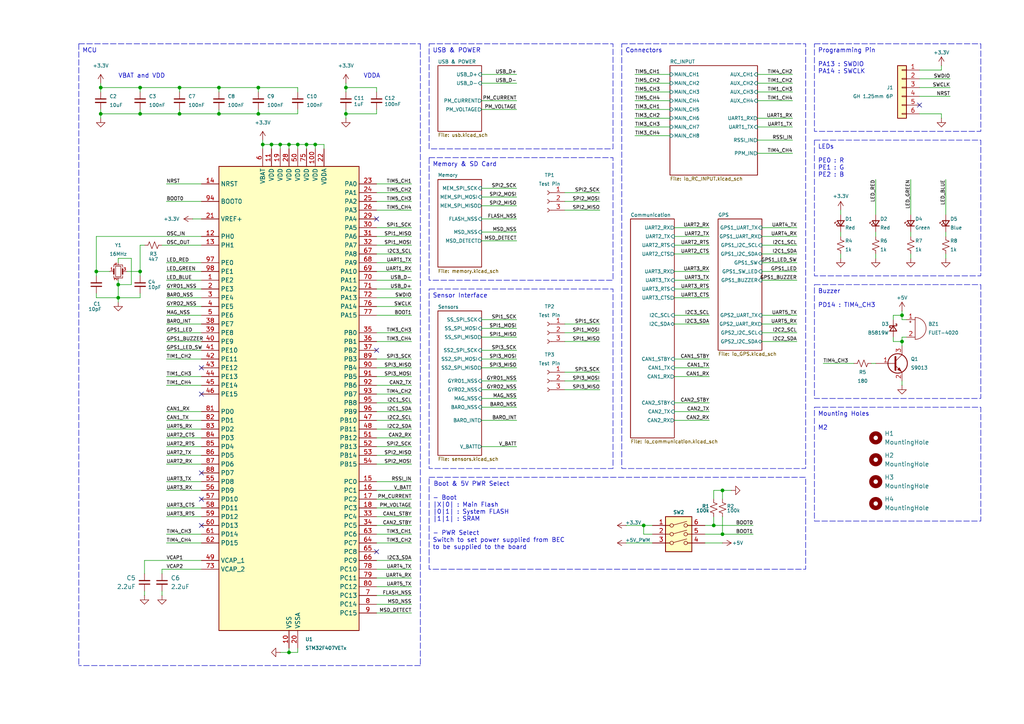
<source format=kicad_sch>
(kicad_sch (version 20231120) (generator "eeschema") (generator_version "8.0")
  (paper "A4")
  (title_block (title "STM32 Flight Controller") (date "2025-01-03") (rev "A") (company "NARAE") (comment 1 "INHA Univ. Areo-modelling Club") (comment 2 "2024 Winter UAV Project "))
  (junction (at 207.01 152.4))
  (junction (at 83.82 41.91))
  (junction (at 34.29 86.36))
  (junction (at 86.36 41.91))
  (junction (at 63.5 33.02))
  (junction (at 29.21 25.4))
  (junction (at 52.07 25.4))
  (junction (at 186.69 152.4))
  (junction (at 63.5 25.4))
  (junction (at 88.9 41.91))
  (junction (at 40.64 78.74))
  (junction (at 261.62 99.06))
  (junction (at 27.94 78.74))
  (junction (at 83.82 189.23))
  (junction (at 209.55 154.94))
  (junction (at 81.28 41.91))
  (junction (at 78.74 41.91))
  (junction (at 100.33 25.4))
  (junction (at 261.62 91.44))
  (junction (at 74.93 25.4))
  (junction (at 40.64 33.02))
  (junction (at 34.29 82.55))
  (junction (at 76.2 41.91))
  (junction (at 29.21 33.02))
  (junction (at 209.55 142.24))
  (junction (at 74.93 33.02))
  (junction (at 40.64 25.4))
  (junction (at 100.33 33.02))
  (junction (at 91.44 41.91))
  (junction (at 52.07 33.02))
  (no_connect (at 109.22 101.6))
  (no_connect (at 58.42 114.3))
  (no_connect (at 109.22 160.02))
  (no_connect (at 58.42 137.16))
  (no_connect (at 266.7 30.48))
  (no_connect (at 109.22 63.5))
  (no_connect (at 58.42 106.68))
  (no_connect (at 58.42 144.78))
  (no_connect (at 58.42 152.4))
  (wire (pts (xy 48.26 139.7) (xy 58.42 139.7)))
  (wire (pts (xy 275.59 27.94) (xy 266.7 27.94)))
  (wire (pts (xy 100.33 33.02) (xy 100.33 34.29)))
  (wire (pts (xy 194.31 31.75) (xy 184.15 31.75)))
  (wire (pts (xy 204.47 152.4) (xy 207.01 152.4)))
  (wire (pts (xy 139.7 106.68) (xy 149.86 106.68)))
  (wire (pts (xy 109.22 142.24) (xy 119.38 142.24)))
  (wire (pts (xy 220.98 73.66) (xy 231.14 73.66)))
  (wire (pts (xy 34.29 74.93) (xy 34.29 76.2)))
  (wire (pts (xy 194.31 24.13) (xy 184.15 24.13)))
  (wire (pts (xy 195.58 91.44) (xy 205.74 91.44)))
  (wire (pts (xy 194.31 21.59) (xy 184.15 21.59)))
  (wire (pts (xy 41.91 171.45) (xy 41.91 172.72)))
  (wire (pts (xy 40.64 31.75) (xy 40.64 33.02)))
  (wire (pts (xy 163.83 60.96) (xy 173.99 60.96)))
  (wire (pts (xy 91.44 41.91) (xy 91.44 43.18)))
  (wire (pts (xy 48.26 154.94) (xy 58.42 154.94)))
  (wire (pts (xy 195.58 104.14) (xy 205.74 104.14)))
  (wire (pts (xy 273.05 19.05) (xy 273.05 20.32)))
  (wire (pts (xy 163.83 107.95) (xy 173.99 107.95)))
  (wire (pts (xy 229.87 44.45) (xy 219.71 44.45)))
  (wire (pts (xy 139.7 69.85) (xy 149.86 69.85)))
  (wire (pts (xy 261.62 97.79) (xy 261.62 99.06)))
  (wire (pts (xy 195.58 106.68) (xy 205.74 106.68)))
  (wire (pts (xy 93.98 43.18) (xy 93.98 41.91)))
  (wire (pts (xy 195.58 119.38) (xy 205.74 119.38)))
  (wire (pts (xy 204.47 157.48) (xy 209.55 157.48)))
  (wire (pts (xy 109.22 154.94) (xy 119.38 154.94)))
  (wire (pts (xy 220.98 71.12) (xy 231.14 71.12)))
  (wire (pts (xy 209.55 149.86) (xy 209.55 154.94)))
  (wire (pts (xy 163.83 110.49) (xy 173.99 110.49)))
  (wire (pts (xy 58.42 119.38) (xy 48.26 119.38)))
  (wire (pts (xy 40.64 85.09) (xy 40.64 86.36)))
  (wire (pts (xy 262.89 92.71) (xy 261.62 92.71)))
  (wire (pts (xy 109.22 76.2) (xy 119.38 76.2)))
  (wire (pts (xy 109.22 162.56) (xy 119.38 162.56)))
  (wire (pts (xy 266.7 33.02) (xy 273.05 33.02)))
  (wire (pts (xy 76.2 41.91) (xy 76.2 43.18)))
  (wire (pts (xy 139.7 59.69) (xy 149.86 59.69)))
  (wire (pts (xy 48.26 149.86) (xy 58.42 149.86)))
  (wire (pts (xy 48.26 157.48) (xy 58.42 157.48)))
  (wire (pts (xy 243.84 60.96) (xy 243.84 62.23)))
  (wire (pts (xy 139.7 129.54) (xy 149.86 129.54)))
  (wire (pts (xy 58.42 104.14) (xy 48.26 104.14)))
  (wire (pts (xy 109.22 165.1) (xy 119.38 165.1)))
  (wire (pts (xy 220.98 78.74) (xy 231.14 78.74)))
  (wire (pts (xy 52.07 25.4) (xy 63.5 25.4)))
  (wire (pts (xy 109.22 149.86) (xy 119.38 149.86)))
  (wire (pts (xy 58.42 111.76) (xy 48.26 111.76)))
  (wire (pts (xy 36.83 78.74) (xy 40.64 78.74)))
  (wire (pts (xy 29.21 26.67) (xy 29.21 25.4)))
  (wire (pts (xy 86.36 31.75) (xy 86.36 33.02)))
  (wire (pts (xy 109.22 129.54) (xy 119.38 129.54)))
  (wire (pts (xy 207.01 152.4) (xy 218.44 152.4)))
  (wire (pts (xy 29.21 24.13) (xy 29.21 25.4)))
  (wire (pts (xy 48.26 99.06) (xy 58.42 99.06)))
  (wire (pts (xy 46.99 71.12) (xy 58.42 71.12)))
  (wire (pts (xy 139.7 63.5) (xy 149.86 63.5)))
  (wire (pts (xy 220.98 81.28) (xy 231.14 81.28)))
  (wire (pts (xy 52.07 33.02) (xy 40.64 33.02)))
  (wire (pts (xy 100.33 25.4) (xy 109.22 25.4)))
  (wire (pts (xy 63.5 25.4) (xy 63.5 26.67)))
  (wire (pts (xy 58.42 88.9) (xy 48.26 88.9)))
  (wire (pts (xy 109.22 132.08) (xy 119.38 132.08)))
  (wire (pts (xy 139.7 31.75) (xy 149.86 31.75)))
  (wire (pts (xy 259.08 91.44) (xy 261.62 91.44)))
  (wire (pts (xy 41.91 162.56) (xy 58.42 162.56)))
  (wire (pts (xy 34.29 81.28) (xy 34.29 82.55)))
  (wire (pts (xy 83.82 41.91) (xy 83.82 43.18)))
  (wire (pts (xy 209.55 154.94) (xy 218.44 154.94)))
  (wire (pts (xy 139.7 121.92) (xy 149.86 121.92)))
  (wire (pts (xy 163.83 55.88) (xy 173.99 55.88)))
  (wire (pts (xy 139.7 97.79) (xy 149.86 97.79)))
  (wire (pts (xy 139.7 118.11) (xy 149.86 118.11)))
  (wire (pts (xy 139.7 24.13) (xy 149.86 24.13)))
  (wire (pts (xy 109.22 177.8) (xy 119.38 177.8)))
  (wire (pts (xy 252.73 105.41) (xy 254 105.41)))
  (wire (pts (xy 220.98 99.06) (xy 231.14 99.06)))
  (wire (pts (xy 109.22 60.96) (xy 119.38 60.96)))
  (wire (pts (xy 34.29 86.36) (xy 40.64 86.36)))
  (wire (pts (xy 261.62 110.49) (xy 261.62 111.76)))
  (wire (pts (xy 274.32 73.66) (xy 274.32 74.93)))
  (wire (pts (xy 109.22 104.14) (xy 119.38 104.14)))
  (wire (pts (xy 109.22 26.67) (xy 109.22 25.4)))
  (wire (pts (xy 205.74 78.74) (xy 195.58 78.74)))
  (wire (pts (xy 109.22 66.04) (xy 119.38 66.04)))
  (wire (pts (xy 81.28 41.91) (xy 81.28 43.18)))
  (wire (pts (xy 88.9 41.91) (xy 86.36 41.91)))
  (wire (pts (xy 259.08 99.06) (xy 261.62 99.06)))
  (wire (pts (xy 34.29 82.55) (xy 34.29 86.36)))
  (wire (pts (xy 181.61 152.4) (xy 186.69 152.4)))
  (wire (pts (xy 109.22 152.4) (xy 119.38 152.4)))
  (wire (pts (xy 207.01 144.78) (xy 207.01 142.24)))
  (wire (pts (xy 139.7 57.15) (xy 149.86 57.15)))
  (wire (pts (xy 139.7 113.03) (xy 149.86 113.03)))
  (wire (pts (xy 40.64 71.12) (xy 40.64 78.74)))
  (wire (pts (xy 48.26 134.62) (xy 58.42 134.62)))
  (wire (pts (xy 86.36 41.91) (xy 86.36 43.18)))
  (wire (pts (xy 205.74 81.28) (xy 195.58 81.28)))
  (wire (pts (xy 27.94 78.74) (xy 27.94 80.01)))
  (wire (pts (xy 83.82 187.96) (xy 83.82 189.23)))
  (wire (pts (xy 189.23 154.94) (xy 186.69 154.94)))
  (wire (pts (xy 40.64 78.74) (xy 40.64 80.01)))
  (wire (pts (xy 48.26 127) (xy 58.42 127)))
  (wire (pts (xy 254 67.31) (xy 254 68.58)))
  (wire (pts (xy 261.62 90.17) (xy 261.62 91.44)))
  (wire (pts (xy 109.22 83.82) (xy 119.38 83.82)))
  (wire (pts (xy 219.71 34.29) (xy 229.87 34.29)))
  (wire (pts (xy 83.82 41.91) (xy 81.28 41.91)))
  (wire (pts (xy 81.28 189.23) (xy 83.82 189.23)))
  (wire (pts (xy 109.22 106.68) (xy 119.38 106.68)))
  (wire (pts (xy 109.22 71.12) (xy 119.38 71.12)))
  (wire (pts (xy 109.22 86.36) (xy 119.38 86.36)))
  (wire (pts (xy 220.98 76.2) (xy 231.14 76.2)))
  (wire (pts (xy 52.07 31.75) (xy 52.07 33.02)))
  (wire (pts (xy 262.89 97.79) (xy 261.62 97.79)))
  (wire (pts (xy 264.16 73.66) (xy 264.16 74.93)))
  (wire (pts (xy 139.7 110.49) (xy 149.86 110.49)))
  (wire (pts (xy 195.58 116.84) (xy 205.74 116.84)))
  (wire (pts (xy 109.22 81.28) (xy 119.38 81.28)))
  (wire (pts (xy 261.62 99.06) (xy 261.62 100.33)))
  (wire (pts (xy 58.42 83.82) (xy 48.26 83.82)))
  (wire (pts (xy 273.05 33.02) (xy 273.05 34.29)))
  (wire (pts (xy 76.2 40.64) (xy 76.2 41.91)))
  (wire (pts (xy 264.16 67.31) (xy 264.16 68.58)))
  (wire (pts (xy 100.33 31.75) (xy 100.33 33.02)))
  (wire (pts (xy 58.42 124.46) (xy 48.26 124.46)))
  (wire (pts (xy 209.55 142.24) (xy 209.55 144.78)))
  (wire (pts (xy 109.22 170.18) (xy 119.38 170.18)))
  (wire (pts (xy 219.71 29.21) (xy 229.87 29.21)))
  (wire (pts (xy 275.59 25.4) (xy 266.7 25.4)))
  (wire (pts (xy 58.42 165.1) (xy 46.99 165.1)))
  (polyline (pts (xy 22.86 12.7) (xy 121.92 12.7)) (stroke (width 0) (type dash)))
  (wire (pts (xy 219.71 36.83) (xy 229.87 36.83)))
  (wire (pts (xy 220.98 93.98) (xy 231.14 93.98)))
  (wire (pts (xy 194.31 29.21) (xy 184.15 29.21)))
  (wire (pts (xy 34.29 74.93) (xy 38.1 74.93)))
  (wire (pts (xy 181.61 157.48) (xy 189.23 157.48)))
  (wire (pts (xy 27.94 78.74) (xy 31.75 78.74)))
  (wire (pts (xy 63.5 25.4) (xy 74.93 25.4)))
  (wire (pts (xy 100.33 24.13) (xy 100.33 25.4)))
  (wire (pts (xy 139.7 29.21) (xy 149.86 29.21)))
  (wire (pts (xy 58.42 86.36) (xy 48.26 86.36)))
  (wire (pts (xy 58.42 109.22) (xy 48.26 109.22)))
  (wire (pts (xy 205.74 68.58) (xy 195.58 68.58)))
  (wire (pts (xy 58.42 91.44) (xy 48.26 91.44)))
  (wire (pts (xy 139.7 92.71) (xy 149.86 92.71)))
  (wire (pts (xy 48.26 58.42) (xy 58.42 58.42)))
  (wire (pts (xy 38.1 82.55) (xy 34.29 82.55)))
  (wire (pts (xy 109.22 68.58) (xy 119.38 68.58)))
  (wire (pts (xy 40.64 33.02) (xy 29.21 33.02)))
  (wire (pts (xy 139.7 54.61) (xy 149.86 54.61)))
  (wire (pts (xy 209.55 142.24) (xy 212.09 142.24)))
  (wire (pts (xy 109.22 91.44) (xy 119.38 91.44)))
  (wire (pts (xy 163.83 58.42) (xy 173.99 58.42)))
  (wire (pts (xy 254 52.07) (xy 254 62.23)))
  (wire (pts (xy 91.44 41.91) (xy 88.9 41.91)))
  (wire (pts (xy 86.36 26.67) (xy 86.36 25.4)))
  (wire (pts (xy 48.26 53.34) (xy 58.42 53.34)))
  (wire (pts (xy 220.98 96.52) (xy 231.14 96.52)))
  (wire (pts (xy 259.08 99.06) (xy 259.08 97.79)))
  (wire (pts (xy 58.42 78.74) (xy 48.26 78.74)))
  (wire (pts (xy 207.01 142.24) (xy 209.55 142.24)))
  (wire (pts (xy 48.26 101.6) (xy 58.42 101.6)))
  (wire (pts (xy 27.94 68.58) (xy 27.94 78.74)))
  (wire (pts (xy 109.22 157.48) (xy 119.38 157.48)))
  (wire (pts (xy 74.93 33.02) (xy 63.5 33.02)))
  (wire (pts (xy 139.7 95.25) (xy 149.86 95.25)))
  (wire (pts (xy 40.64 25.4) (xy 52.07 25.4)))
  (wire (pts (xy 274.32 52.07) (xy 274.32 62.23)))
  (wire (pts (xy 220.98 68.58) (xy 231.14 68.58)))
  (wire (pts (xy 109.22 172.72) (xy 119.38 172.72)))
  (wire (pts (xy 207.01 149.86) (xy 207.01 152.4)))
  (wire (pts (xy 109.22 124.46) (xy 119.38 124.46)))
  (wire (pts (xy 109.22 96.52) (xy 119.38 96.52)))
  (wire (pts (xy 220.98 91.44) (xy 231.14 91.44)))
  (wire (pts (xy 86.36 41.91) (xy 83.82 41.91)))
  (wire (pts (xy 243.84 67.31) (xy 243.84 68.58)))
  (wire (pts (xy 29.21 25.4) (xy 40.64 25.4)))
  (wire (pts (xy 58.42 76.2) (xy 48.26 76.2)))
  (wire (pts (xy 205.74 86.36) (xy 195.58 86.36)))
  (wire (pts (xy 48.26 129.54) (xy 58.42 129.54)))
  (wire (pts (xy 109.22 99.06) (xy 119.38 99.06)))
  (wire (pts (xy 48.26 96.52) (xy 58.42 96.52)))
  (wire (pts (xy 243.84 73.66) (xy 243.84 74.93)))
  (wire (pts (xy 139.7 67.31) (xy 149.86 67.31)))
  (wire (pts (xy 109.22 78.74) (xy 119.38 78.74)))
  (wire (pts (xy 58.42 93.98) (xy 48.26 93.98)))
  (wire (pts (xy 100.33 25.4) (xy 100.33 26.67)))
  (wire (pts (xy 109.22 55.88) (xy 119.38 55.88)))
  (wire (pts (xy 109.22 139.7) (xy 119.38 139.7)))
  (wire (pts (xy 194.31 34.29) (xy 184.15 34.29)))
  (wire (pts (xy 109.22 111.76) (xy 119.38 111.76)))
  (wire (pts (xy 275.59 22.86) (xy 266.7 22.86)))
  (wire (pts (xy 205.74 83.82) (xy 195.58 83.82)))
  (wire (pts (xy 78.74 41.91) (xy 76.2 41.91)))
  (wire (pts (xy 163.83 96.52) (xy 173.99 96.52)))
  (wire (pts (xy 163.83 93.98) (xy 173.99 93.98)))
  (wire (pts (xy 109.22 88.9) (xy 119.38 88.9)))
  (wire (pts (xy 86.36 187.96) (xy 86.36 189.23)))
  (wire (pts (xy 48.26 142.24) (xy 58.42 142.24)))
  (wire (pts (xy 274.32 67.31) (xy 274.32 68.58)))
  (wire (pts (xy 29.21 33.02) (xy 29.21 31.75)))
  (wire (pts (xy 186.69 152.4) (xy 186.69 154.94)))
  (wire (pts (xy 261.62 91.44) (xy 261.62 92.71)))
  (wire (pts (xy 220.98 66.04) (xy 231.14 66.04)))
  (wire (pts (xy 186.69 152.4) (xy 189.23 152.4)))
  (wire (pts (xy 109.22 31.75) (xy 109.22 33.02)))
  (wire (pts (xy 109.22 175.26) (xy 119.38 175.26)))
  (polyline (pts (xy 121.92 12.7) (xy 121.92 193.04)) (stroke (width 0) (type dash)))
  (wire (pts (xy 58.42 81.28) (xy 48.26 81.28)))
  (wire (pts (xy 48.26 147.32) (xy 58.42 147.32)))
  (wire (pts (xy 205.74 66.04) (xy 195.58 66.04)))
  (wire (pts (xy 109.22 127) (xy 119.38 127)))
  (wire (pts (xy 194.31 39.37) (xy 184.15 39.37)))
  (wire (pts (xy 139.7 101.6) (xy 149.86 101.6)))
  (wire (pts (xy 40.64 25.4) (xy 40.64 26.67)))
  (wire (pts (xy 109.22 121.92) (xy 119.38 121.92)))
  (wire (pts (xy 163.83 99.06) (xy 173.99 99.06)))
  (wire (pts (xy 74.93 25.4) (xy 86.36 25.4)))
  (wire (pts (xy 163.83 113.03) (xy 173.99 113.03)))
  (wire (pts (xy 81.28 41.91) (xy 78.74 41.91)))
  (wire (pts (xy 83.82 189.23) (xy 86.36 189.23)))
  (wire (pts (xy 52.07 25.4) (xy 52.07 26.67)))
  (wire (pts (xy 38.1 74.93) (xy 38.1 82.55)))
  (wire (pts (xy 46.99 165.1) (xy 46.99 166.37)))
  (wire (pts (xy 78.74 41.91) (xy 78.74 43.18)))
  (wire (pts (xy 238.76 105.41) (xy 247.65 105.41)))
  (wire (pts (xy 109.22 147.32) (xy 119.38 147.32)))
  (wire (pts (xy 41.91 166.37) (xy 41.91 162.56)))
  (wire (pts (xy 195.58 93.98) (xy 205.74 93.98)))
  (polyline (pts (xy 121.92 193.04) (xy 22.86 193.04)) (stroke (width 0) (type dash)))
  (wire (pts (xy 194.31 36.83) (xy 184.15 36.83)))
  (wire (pts (xy 205.74 73.66) (xy 195.58 73.66)))
  (wire (pts (xy 74.93 25.4) (xy 74.93 26.67)))
  (wire (pts (xy 109.22 119.38) (xy 119.38 119.38)))
  (wire (pts (xy 109.22 114.3) (xy 119.38 114.3)))
  (wire (pts (xy 100.33 33.02) (xy 109.22 33.02)))
  (wire (pts (xy 27.94 85.09) (xy 27.94 86.36)))
  (wire (pts (xy 48.26 132.08) (xy 58.42 132.08)))
  (wire (pts (xy 27.94 86.36) (xy 34.29 86.36)))
  (wire (pts (xy 29.21 33.02) (xy 29.21 34.29)))
  (wire (pts (xy 109.22 58.42) (xy 119.38 58.42)))
  (wire (pts (xy 109.22 116.84) (xy 119.38 116.84)))
  (wire (pts (xy 93.98 41.91) (xy 91.44 41.91)))
  (wire (pts (xy 63.5 31.75) (xy 63.5 33.02)))
  (wire (pts (xy 219.71 26.67) (xy 229.87 26.67)))
  (wire (pts (xy 254 73.66) (xy 254 74.93)))
  (wire (pts (xy 27.94 68.58) (xy 58.42 68.58)))
  (wire (pts (xy 63.5 33.02) (xy 52.07 33.02)))
  (wire (pts (xy 205.74 71.12) (xy 195.58 71.12)))
  (wire (pts (xy 34.29 86.36) (xy 34.29 87.63)))
  (wire (pts (xy 219.71 40.64) (xy 229.87 40.64)))
  (wire (pts (xy 139.7 104.14) (xy 149.86 104.14)))
  (wire (pts (xy 109.22 109.22) (xy 119.38 109.22)))
  (wire (pts (xy 195.58 121.92) (xy 205.74 121.92)))
  (wire (pts (xy 204.47 154.94) (xy 209.55 154.94)))
  (wire (pts (xy 40.64 71.12) (xy 41.91 71.12)))
  (wire (pts (xy 266.7 20.32) (xy 273.05 20.32)))
  (wire (pts (xy 195.58 109.22) (xy 205.74 109.22)))
  (wire (pts (xy 109.22 134.62) (xy 119.38 134.62)))
  (wire (pts (xy 259.08 92.71) (xy 259.08 91.44)))
  (wire (pts (xy 55.88 63.5) (xy 58.42 63.5)))
  (wire (pts (xy 74.93 31.75) (xy 74.93 33.02)))
  (wire (pts (xy 109.22 144.78) (xy 119.38 144.78)))
  (wire (pts (xy 109.22 167.64) (xy 119.38 167.64)))
  (wire (pts (xy 46.99 171.45) (xy 46.99 172.72)))
  (wire (pts (xy 86.36 33.02) (xy 74.93 33.02)))
  (wire (pts (xy 194.31 26.67) (xy 184.15 26.67)))
  (wire (pts (xy 264.16 52.07) (xy 264.16 62.23)))
  (wire (pts (xy 109.22 53.34) (xy 119.38 53.34)))
  (polyline (pts (xy 22.86 12.7) (xy 22.86 193.04)) (stroke (width 0) (type dash)))
  (wire (pts (xy 219.71 21.59) (xy 229.87 21.59)))
  (wire (pts (xy 139.7 21.59) (xy 149.86 21.59)))
  (wire (pts (xy 219.71 24.13) (xy 229.87 24.13)))
  (wire (pts (xy 58.42 121.92) (xy 48.26 121.92)))
  (wire (pts (xy 139.7 115.57) (xy 149.86 115.57)))
  (wire (pts (xy 109.22 73.66) (xy 119.38 73.66)))
  (wire (pts (xy 88.9 41.91) (xy 88.9 43.18)))
  (rectangle (start 124.46 83.82) (end 177.8 135.89) (stroke (width 0) (type dash)))
  (rectangle (start 180.34 12.7) (end 233.68 135.89) (stroke (width 0) (type dash)))
  (rectangle (start 124.46 45.72) (end 177.8 81.28) (stroke (width 0) (type dash)))
  (rectangle (start 236.22 12.7) (end 284.48 38.1) (stroke (width 0) (type dash)))
  (rectangle (start 124.46 138.43) (end 233.68 165.1) (stroke (width 0) (type dash)))
  (rectangle (start 236.22 118.11) (end 284.48 151.13) (stroke (width 0) (type dash)))
  (rectangle (start 236.22 40.64) (end 284.48 80.01) (stroke (width 0) (type dash)))
  (rectangle (start 236.22 82.55) (end 284.48 115.57) (stroke (width 0) (type dash)))
  (rectangle (start 124.46 12.7) (end 177.8 43.18) (stroke (width 0) (type dash)))
  (text "Connectors" (at 181.356 15.494 0) (effects (font (size 1.27 1.27)) (justify left bottom)))
  (text "PD14 : TIM4_CH3" (at 237.236 87.884 0) (effects (font (size 1.27 1.27)) (justify left top)))
  (text "Boot & 5V PWR Select" (at 125.73 141.224 0) (effects (font (size 1.27 1.27)) (justify left bottom)))
  (text "MCU" (at 23.876 15.494 0) (effects (font (size 1.27 1.27)) (justify left bottom)))
  (text "VDDA" (at 105.41 22.86 0) (effects (font (size 1.27 1.27)) (justify left bottom)))
  (text "Buzzer" (at 237.236 85.344 0) (effects (font (size 1.27 1.27)) (justify left bottom)))
  (text "- Boot  \n|X|0| : Main Flash\n|0|1| : System FLASH\n|1|1| : SRAM\n\n- PWR Select\nSwitch to set power supplied from BEC\nto be supplied to the board" (at 125.476 143.764 0) (effects (font (size 1.27 1.27)) (justify left top)))
  (text "Sensor Interface" (at 125.476 86.614 0) (effects (font (size 1.27 1.27)) (justify left bottom)))
  (text "M2" (at 237.236 123.444 0) (effects (font (size 1.27 1.27)) (justify left top)))
  (text "LEDs" (at 237.236 43.434 0) (effects (font (size 1.27 1.27)) (justify left bottom)))
  (text "Programming Pin" (at 237.236 15.494 0) (effects (font (size 1.27 1.27)) (justify left bottom)))
  (text "Memory & SD Card" (at 125.476 48.514 0) (effects (font (size 1.27 1.27)) (justify left bottom)))
  (text "USB & POWER" (at 125.476 15.494 0) (effects (font (size 1.27 1.27)) (justify left bottom)))
  (text "PE0 : R\nPE1 : G\nPE2 : B" (at 237.236 45.974 0) (effects (font (size 1.27 1.27)) (justify left top)))
  (text "PA13 : SWDIO\nPA14 : SWCLK" (at 237.236 18.034 0) (effects (font (size 1.27 1.27)) (justify left top)))
  (text "VBAT and VDD" (at 34.29 22.86 0) (effects (font (size 1.27 1.27)) (justify left bottom)))
  (text "Mounting Holes" (at 237.236 120.904 0) (effects (font (size 1.27 1.27)) (justify left bottom)))
  (label "TIM3_CH3" (at 119.38 96.52 180) (effects (font (size 1 1))))
  (label "TIM5_CH2" (at 184.15 24.13 0) (effects (font (size 1 1))))
  (label "CAN1_RX" (at 48.26 119.38 0) (effects (font (size 1 1))))
  (label "TIM1_CH3" (at 48.26 109.22 0) (effects (font (size 1 1))))
  (label "SPI2_SCK" (at 149.86 54.61 180) (effects (font (size 1 1))))
  (label "PM_VOLTAGE" (at 119.38 147.32 180) (effects (font (size 1 1))))
  (label "USB_D-" (at 119.38 81.28 180) (effects (font (size 1 1))))
  (label "UART4_RX" (at 119.38 167.64 180) (effects (font (size 1 1))))
  (label "TIM1_CH2" (at 229.87 24.13 180) (effects (font (size 1 1))))
  (label "SPI2_MISO" (at 119.38 132.08 180) (effects (font (size 1 1))))
  (label "I2C1_SCL" (at 231.14 71.12 180) (effects (font (size 1 1))))
  (label "SPI3_MOSI" (at 149.86 104.14 180) (effects (font (size 1 1))))
  (label "FLASH_NSS" (at 119.38 172.72 180) (effects (font (size 1 1))))
  (label "SWDIO" (at 275.59 22.86 180) (effects (font (size 1 1))))
  (label "I2C2_SDA" (at 231.14 99.06 180) (effects (font (size 1 1))))
  (label "BOOT0" (at 218.44 152.4 180) (effects (font (size 1 1))))
  (label "SPI3_SCK" (at 149.86 101.6 180) (effects (font (size 1 1))))
  (label "CAN2_STBY" (at 119.38 152.4 180) (effects (font (size 1 1))))
  (label "GYRO1_NSS" (at 48.26 83.82 0) (effects (font (size 1 1))))
  (label "VCAP1" (at 48.26 162.56 0) (effects (font (size 1 1))))
  (label "V_BATT" (at 149.86 129.54 180) (effects (font (size 1 1))))
  (label "UART2_TX" (at 48.26 132.08 0) (effects (font (size 1 1))))
  (label "I2C1_SDA" (at 119.38 119.38 180) (effects (font (size 1 1))))
  (label "UART1_TX" (at 229.87 36.83 180) (effects (font (size 1 1))))
  (label "I2C3_SDA" (at 205.74 93.98 180) (effects (font (size 1 1))))
  (label "I2C2_SCL" (at 119.38 121.92 180) (effects (font (size 1 1))))
  (label "SPI1_SCK" (at 173.99 93.98 180) (effects (font (size 1 1))))
  (label "UART2_TX" (at 205.74 68.58 180) (effects (font (size 1 1))))
  (label "USB_D+" (at 119.38 83.82 180) (effects (font (size 1 1))))
  (label "UART3_TX" (at 205.74 81.28 180) (effects (font (size 1 1))))
  (label "SPI3_MOSI" (at 173.99 110.49 180) (effects (font (size 1 1))))
  (label "SPI1_MISO" (at 119.38 68.58 180) (effects (font (size 1 1))))
  (label "TIM4_CH2" (at 229.87 21.59 180) (effects (font (size 1 1))))
  (label "SPI3_SCK" (at 119.38 104.14 180) (effects (font (size 1 1))))
  (label "UART2_RTS" (at 205.74 71.12 180) (effects (font (size 1 1))))
  (label "I2C2_SDA" (at 119.38 124.46 180) (effects (font (size 1 1))))
  (label "CAN2_STBY" (at 205.74 116.84 180) (effects (font (size 1 1))))
  (label "SPI2_MOSI" (at 149.86 57.15 180) (effects (font (size 1 1))))
  (label "LED_GREEN" (at 264.16 52.07 270) (effects (font (size 1 1))))
  (label "PM_CURRENT" (at 149.86 29.21 180) (effects (font (size 1 1))))
  (label "SPI2_MISO" (at 149.86 59.69 180) (effects (font (size 1 1))))
  (label "TIM3_CH4" (at 119.38 99.06 180) (effects (font (size 1 1))))
  (label "UART3_RX" (at 48.26 142.24 0) (effects (font (size 1 1))))
  (label "UART3_RX" (at 205.74 78.74 180) (effects (font (size 1 1))))
  (label "SPI3_SCK" (at 173.99 107.95 180) (effects (font (size 1 1))))
  (label "TIM1_CH3" (at 229.87 26.67 180) (effects (font (size 1 1))))
  (label "RSSI_IN" (at 229.87 40.64 180) (effects (font (size 1 1))))
  (label "SPI2_MOSI" (at 173.99 58.42 180) (effects (font (size 1 1))))
  (label "TIM5_CH3" (at 184.15 26.67 0) (effects (font (size 1 1))))
  (label "BOOT1" (at 218.44 154.94 180) (effects (font (size 1 1))))
  (label "TIM1_CH2" (at 48.26 104.14 0) (effects (font (size 1 1))))
  (label "GPS1_LED" (at 231.14 78.74 180) (effects (font (size 1 1))))
  (label "UART2_RX" (at 48.26 134.62 0) (effects (font (size 1 1))))
  (label "PM_VOLTAGE" (at 149.86 31.75 180) (effects (font (size 1 1))))
  (label "MAG_NSS" (at 48.26 91.44 0) (effects (font (size 1 1))))
  (label "TIM3_CH1" (at 184.15 31.75 0) (effects (font (size 1 1))))
  (label "I2C3_SDA" (at 119.38 162.56 180) (effects (font (size 1 1))))
  (label "LED_RED" (at 254 52.07 270) (effects (font (size 1 1))))
  (label "SPI3_MOSI" (at 119.38 109.22 180) (effects (font (size 1 1))))
  (label "TIM3_CH2" (at 184.15 34.29 0) (effects (font (size 1 1))))
  (label "GPS1_LED_SW" (at 231.14 76.2 180) (effects (font (size 1 1))))
  (label "BARO_NSS" (at 48.26 86.36 0) (effects (font (size 1 1))))
  (label "UART3_RTS" (at 48.26 149.86 0) (effects (font (size 1 1))))
  (label "UART3_CTS" (at 48.26 147.32 0) (effects (font (size 1 1))))
  (label "BOOT1" (at 119.38 91.44 180) (effects (font (size 1 1))))
  (label "GYRO2_NSS" (at 149.86 113.03 180) (effects (font (size 1 1))))
  (label "UART1_RX" (at 229.87 34.29 180) (effects (font (size 1 1))))
  (label "CAN1_STBY" (at 119.38 149.86 180) (effects (font (size 1 1))))
  (label "SPI1_MOSI" (at 149.86 95.25 180) (effects (font (size 1 1))))
  (label "PM_CURRENT" (at 119.38 144.78 180) (effects (font (size 1 1))))
  (label "CAN1_TX" (at 48.26 121.92 0) (effects (font (size 1 1))))
  (label "UART1_TX" (at 119.38 76.2 180) (effects (font (size 1 1))))
  (label "OSC_IN" (at 48.26 68.58 0) (effects (font (size 1 1))))
  (label "GPS1_LED_SW" (at 48.26 101.6 0) (effects (font (size 1 1))))
  (label "TIM4_CH2" (at 119.38 114.3 180) (effects (font (size 1 1))))
  (label "UART2_CTS" (at 48.26 127 0) (effects (font (size 1 1))))
  (label "SPI3_MISO" (at 119.38 106.68 180) (effects (font (size 1 1))))
  (label "SPI2_MISO" (at 173.99 60.96 180) (effects (font (size 1 1))))
  (label "TIM5_CH2" (at 119.38 55.88 180) (effects (font (size 1 1))))
  (label "TIM4_CH3" (at 48.26 154.94 0) (effects (font (size 1 1))))
  (label "SPI1_MISO" (at 173.99 99.06 180) (effects (font (size 1 1))))
  (label "UART4_TX" (at 231.14 66.04 180) (effects (font (size 1 1))))
  (label "SWCLK" (at 119.38 88.9 180) (effects (font (size 1 1))))
  (label "UART3_TX" (at 48.26 139.7 0) (effects (font (size 1 1))))
  (label "TIM3_CH2" (at 119.38 157.48 180) (effects (font (size 1 1))))
  (label "UART1_RX" (at 119.38 78.74 180) (effects (font (size 1 1))))
  (label "BARO_NSS" (at 149.86 118.11 180) (effects (font (size 1 1))))
  (label "TIM4_CH3" (at 238.76 105.41 0) (effects (font (size 1 1))))
  (label "SPI1_SCK" (at 119.38 66.04 180) (effects (font (size 1 1))))
  (label "TIM5_CH1" (at 184.15 21.59 0) (effects (font (size 1 1))))
  (label "UART3_RTS" (at 205.74 83.82 180) (effects (font (size 1 1))))
  (label "FLASH_NSS" (at 149.86 63.5 180) (effects (font (size 1 1))))
  (label "SPI2_SCK" (at 119.38 129.54 180) (effects (font (size 1 1))))
  (label "UART2_RTS" (at 48.26 129.54 0) (effects (font (size 1 1))))
  (label "V_BATT" (at 119.38 142.24 180) (effects (font (size 1 1))))
  (label "LED_RED" (at 48.26 76.2 0) (effects (font (size 1 1))))
  (label "UART4_RX" (at 231.14 68.58 180) (effects (font (size 1 1))))
  (label "USB_D+" (at 149.86 21.59 180) (effects (font (size 1 1))))
  (label "CAN1_RX" (at 205.74 109.22 180) (effects (font (size 1 1))))
  (label "UART3_CTS" (at 205.74 86.36 180) (effects (font (size 1 1))))
  (label "TIM5_CH3" (at 119.38 58.42 180) (effects (font (size 1 1))))
  (label "SPI2_MOSI" (at 119.38 134.62 180) (effects (font (size 1 1))))
  (label "CAN2_TX" (at 119.38 111.76 180) (effects (font (size 1 1))))
  (label "RSSI_IN" (at 119.38 139.7 180) (effects (font (size 1 1))))
  (label "TIM5_CH4" (at 184.15 29.21 0) (effects (font (size 1 1))))
  (label "UART5_TX" (at 119.38 170.18 180) (effects (font (size 1 1))))
  (label "TIM3_CH3" (at 184.15 36.83 0) (effects (font (size 1 1))))
  (label "TIM3_CH4" (at 184.15 39.37 0) (effects (font (size 1 1))))
  (label "BOOT0" (at 48.26 58.42 0) (effects (font (size 1 1))))
  (label "UART5_RX" (at 48.26 124.46 0) (effects (font (size 1 1))))
  (label "GYRO1_NSS" (at 149.86 110.49 180) (effects (font (size 1 1))))
  (label "USB_D-" (at 149.86 24.13 180) (effects (font (size 1 1))))
  (label "SPI1_MOSI" (at 119.38 71.12 180) (effects (font (size 1 1))))
  (label "GYRO2_NSS" (at 48.26 88.9 0) (effects (font (size 1 1))))
  (label "TIM4_CH4" (at 229.87 44.45 180) (effects (font (size 1 1))))
  (label "GPS1_BUZZER" (at 48.26 99.06 0) (effects (font (size 1 1))))
  (label "I2C1_SCL" (at 119.38 116.84 180) (effects (font (size 1 1))))
  (label "GPS1_LED" (at 48.26 96.52 0) (effects (font (size 1 1))))
  (label "BARO_INT" (at 149.86 121.92 180) (effects (font (size 1 1))))
  (label "CAN2_RX" (at 119.38 127 180) (effects (font (size 1 1))))
  (label "LED_BLUE" (at 48.26 81.28 0) (effects (font (size 1 1))))
  (label "UART5_RX" (at 231.14 93.98 180) (effects (font (size 1 1))))
  (label "TIM5_CH1" (at 119.38 53.34 180) (effects (font (size 1 1))))
  (label "CAN1_STBY" (at 205.74 104.14 180) (effects (font (size 1 1))))
  (label "SPI1_SCK" (at 149.86 92.71 180) (effects (font (size 1 1))))
  (label "CAN2_TX" (at 205.74 119.38 180) (effects (font (size 1 1))))
  (label "NRST" (at 275.59 27.94 180) (effects (font (size 1 1))))
  (label "LED_BLUE" (at 274.32 52.07 270) (effects (font (size 1 1))))
  (label "UART4_TX" (at 119.38 165.1 180) (effects (font (size 1 1))))
  (label "SWDIO" (at 119.38 86.36 180) (effects (font (size 1 1))))
  (label "MSD_DETECT" (at 119.38 177.8 180) (effects (font (size 1 1))))
  (label "SPI3_MISO" (at 173.99 113.03 180) (effects (font (size 1 1))))
  (label "VCAP2" (at 48.26 165.1 0) (effects (font (size 1 1))))
  (label "UART2_CTS" (at 205.74 73.66 180) (effects (font (size 1 1))))
  (label "MAG_NSS" (at 149.86 115.57 180) (effects (font (size 1 1))))
  (label "SPI1_MISO" (at 149.86 97.79 180) (effects (font (size 1 1))))
  (label "CAN2_RX" (at 205.74 121.92 180) (effects (font (size 1 1))))
  (label "I2C1_SDA" (at 231.14 73.66 180) (effects (font (size 1 1))))
  (label "SPI2_SCK" (at 173.99 55.88 180) (effects (font (size 1 1))))
  (label "UART5_TX" (at 231.14 91.44 180) (effects (font (size 1 1))))
  (label "TIM1_CH4" (at 229.87 29.21 180) (effects (font (size 1 1))))
  (label "CAN1_TX" (at 205.74 106.68 180) (effects (font (size 1 1))))
  (label "TIM1_CH4" (at 48.26 111.76 0) (effects (font (size 1 1))))
  (label "LED_GREEN" (at 48.26 78.74 0) (effects (font (size 1 1))))
  (label "I2C3_SCL" (at 205.74 91.44 180) (effects (font (size 1 1))))
  (label "SPI1_MOSI" (at 173.99 96.52 180) (effects (font (size 1 1))))
  (label "I2C2_SCL" (at 231.14 96.52 180) (effects (font (size 1 1))))
  (label "MSD_NSS" (at 149.86 67.31 180) (effects (font (size 1 1))))
  (label "SWCLK" (at 275.59 25.4 180) (effects (font (size 1 1))))
  (label "MSD_DETECT" (at 149.86 69.85 180) (effects (font (size 1 1))))
  (label "MSD_NSS" (at 119.38 175.26 180) (effects (font (size 1 1))))
  (label "TIM3_CH1" (at 119.38 154.94 180) (effects (font (size 1 1))))
  (label "SPI3_MISO" (at 149.86 106.68 180) (effects (font (size 1 1))))
  (label "BARO_INT" (at 48.26 93.98 0) (effects (font (size 1 1))))
  (label "UART2_RX" (at 205.74 66.04 180) (effects (font (size 1 1))))
  (label "I2C3_SCL" (at 119.38 73.66 180) (effects (font (size 1 1))))
  (label "TIM5_CH4" (at 119.38 60.96 180) (effects (font (size 1 1))))
  (label "NRST" (at 48.26 53.34 0) (effects (font (size 1 1))))
  (label "OSC_OUT" (at 48.26 71.12 0) (effects (font (size 1 1))))
  (label "GPS1_BUZZER" (at 231.14 81.28 180) (effects (font (size 1 1))))
  (label "TIM4_CH4" (at 48.26 157.48 0) (effects (font (size 1 1))))
  (symbol (lib_id "Device:Q_NPN_BEC") (at 259.08 105.41 0) (unit 1)
    (property "Reference" "Q1" (at 264.16 104.1399 0) (effects (font (size 1 1)) (justify left)))
    (property "Value" "S9013" (at 264.16 106.6799 0) (effects (font (size 1 1)) (justify left)))
    (property "Footprint" "Package_TO_SOT_SMD:SOT-23-3" (effects (hide yes)))
  )
  (symbol (lib_id "Device:D_Schottky_Small") (at 259.08 95.25 270) (unit 1)
    (property "Reference" "D3" (at 257.81 93.98 90) (effects (font (size 1 1)) (justify right)))
    (property "Value" "B5819W" (at 257.81 96.52 90) (effects (font (size 1 1)) (justify right)))
    (property "Footprint" "Diode_SMD:D_SOD-323" (effects (hide yes)))
  )
  (symbol (lib_id "Device:R_Small_US") (at 209.55 147.32 0) (unit 1)
    (property "Reference" "R2" (at 210.82 146.812 0) (effects (font (size 1 1)) (justify left)))
    (property "Value" "100k" (at 210.82 148.082 0) (effects (font (size 1 1)) (justify left)))
    (property "Footprint" "Resistor_SMD:R_0402_1005Metric" (effects (hide yes)))
    (property "Description" "Resistor, small US symbol" (effects (hide yes)))
  )
  (symbol (lib_id "power:GND") (at 34.29 87.63 0) (unit 1)
    (property "Reference" "#PWR04" (effects (hide yes)))
    (property "Value" "GND" (effects (hide yes)))
    (property "Description" "Power symbol creates a global label with name \"GND\" , ground" (effects (hide yes)))
  )
  (symbol (lib_id "power:+5V") (at 209.55 157.48 270) (unit 1)
    (property "Reference" "#PWR038" (effects (hide yes)))
    (property "Value" "+5V" (at 212.344 157.48 90) (effects (font (size 1 1)) (justify left)))
    (property "Description" "Power symbol creates a global label with name \"+5V\"" (effects (hide yes)))
  )
  (symbol (lib_id "power:+3.3V") (at 55.88 63.5 90) (unit 1)
    (property "Reference" "#PWR08" (effects (hide yes)))
    (property "Value" "+3.3V" (at 52.07 63.4999 90) (effects (font (size 1 1)) (justify left)))
    (property "Description" "Power symbol creates a global label with name \"+3.3V\"" (effects (hide yes)))
  )
  (symbol (lib_id "Device:C_Small") (at 41.91 168.91 0) (mirror x) (unit 1)
    (property "Reference" "C5" (at 39.37 167.6335 0) (effects (justify right)))
    (property "Value" "2.2uF" (at 39.37 170.1735 0) (effects (justify right)))
    (property "Footprint" "Capacitor_SMD:C_0402_1005Metric" (effects (hide yes)))
  )
  (symbol (lib_name "GND_9") (lib_id "power:GND") (at 274.32 74.93 0) (unit 1)
    (property "Reference" "#PWR021" (effects (hide yes)))
    (property "Value" "GND" (effects (hide yes)))
    (property "Description" "Power symbol creates a global label with name \"GND\" , ground" (effects (hide yes)))
  )
  (symbol (lib_name "GND_7") (lib_id "power:GND") (at 264.16 74.93 0) (unit 1)
    (property "Reference" "#PWR018" (effects (hide yes)))
    (property "Value" "GND" (effects (hide yes)))
    (property "Description" "Power symbol creates a global label with name \"GND\" , ground" (effects (hide yes)))
  )
  (symbol (lib_id "power:GND") (at 81.28 189.23 270) (unit 1)
    (property "Reference" "#PWR010" (effects (hide yes)))
    (property "Value" "GND" (effects (hide yes)))
    (property "Description" "Power symbol creates a global label with name \"GND\" , ground" (effects (hide yes)))
  )
  (symbol (lib_name "GND_5") (lib_id "power:GND") (at 254 74.93 0) (unit 1)
    (property "Reference" "#PWR015" (effects (hide yes)))
    (property "Value" "GND" (effects (hide yes)))
    (property "Description" "Power symbol creates a global label with name \"GND\" , ground" (effects (hide yes)))
  )
  (symbol (lib_id "Mechanical:MountingHole") (at 254 139.7 0) (unit 1) (in_bom no)
    (property "Reference" "H3" (at 256.54 138.4299 0) (effects (justify left)))
    (property "Value" "MountingHole" (at 256.54 140.9699 0) (effects (justify left)))
    (property "Footprint" "Hole:MountingHole_2.2mm_M2" (effects (hide yes)))
  )
  (symbol (lib_id "power:+3.3V") (at 181.61 152.4 90) (unit 1)
    (property "Reference" "#PWR05" (effects (hide yes)))
    (property "Value" "+3.3V" (at 181.356 152.146 90) (effects (font (size 1 1)) (justify right top)))
    (property "Description" "Power symbol creates a global label with name \"+3.3V\"" (effects (hide yes)))
  )
  (symbol (lib_id "Device:R_Small_US") (at 207.01 147.32 0) (unit 1)
    (property "Reference" "R1" (at 205.74 146.812 0) (effects (font (size 1 1)) (justify right)))
    (property "Value" "100k" (at 205.74 148.082 0) (effects (font (size 1 1)) (justify right)))
    (property "Footprint" "Resistor_SMD:R_0402_1005Metric" (effects (hide yes)))
    (property "Description" "Resistor, small US symbol" (effects (hide yes)))
  )
  (symbol (lib_id "Device:R_Small_US") (at 264.16 71.12 0) (unit 1)
    (property "Reference" "R7" (at 265.43 69.85 0) (effects (font (size 1 1)) (justify left)))
    (property "Value" "1k" (at 265.43 72.39 0) (effects (font (size 1 1)) (justify left)))
    (property "Footprint" "Resistor_SMD:R_0402_1005Metric" (effects (hide yes)))
    (property "Description" "Resistor, small US symbol" (effects (hide yes)))
  )
  (symbol (lib_id "power:GND") (at 46.99 172.72 0) (unit 1)
    (property "Reference" "#PWR07" (effects (hide yes)))
    (property "Value" "GND" (effects (hide yes)))
    (property "Description" "Power symbol creates a global label with name \"GND\" , ground" (effects (hide yes)))
  )
  (symbol (lib_id "power:+3.3V") (at 76.2 40.64 0) (unit 1)
    (property "Reference" "#PWR09" (effects (hide yes)))
    (property "Value" "+3.3V" (at 76.2 35.56 0) (effects (font (size 1 1))))
    (property "Description" "Power symbol creates a global label with name \"+3.3V\"" (effects (hide yes)))
  )
  (symbol (lib_name "MountingHole_2") (lib_id "Mechanical:MountingHole") (at 254 146.05 0) (unit 1) (in_bom no)
    (property "Reference" "H4" (at 256.54 144.7799 0) (effects (justify left)))
    (property "Value" "MountingHole" (at 256.54 147.3199 0) (effects (justify left)))
    (property "Footprint" "Hole:MountingHole_2.2mm_M2" (effects (hide yes)))
  )
  (symbol (lib_name "GND_13") (lib_id "power:GND") (at 261.62 111.76 0) (unit 1)
    (property "Reference" "#PWR017" (effects (hide yes)))
    (property "Value" "GND" (effects (hide yes)))
    (property "Description" "Power symbol creates a global label with name \"GND\" , ground" (effects (hide yes)))
  )
  (symbol (lib_id "Device:C_Small") (at 29.21 29.21 0) (unit 1)
    (property "Reference" "C2" (at 31.75 27.9462 0) (effects (font (size 1 1)) (justify left)))
    (property "Value" "10uF" (at 31.75 30.4862 0) (effects (font (size 1 1)) (justify left)))
    (property "Footprint" "Capacitor_SMD:C_0402_1005Metric" (effects (hide yes)))
    (property "LCSC" "C19702" (effects (hide yes)))
  )
  (symbol (lib_id "Device:LED_Small") (at 264.16 64.77 90) (unit 1)
    (property "Reference" "D4" (at 265.43 63.5 90) (effects (font (size 1 1)) (justify right)))
    (property "Value" "Green" (at 265.43 66.04 90) (effects (font (size 1 1)) (justify right)))
    (property "Footprint" "LED_SMD:LED_0603_1608Metric" (effects (hide yes)))
  )
  (symbol (lib_id "Device:C_Small") (at 100.33 29.21 0) (unit 1)
    (property "Reference" "C11" (at 102.616 28.448 0) (effects (font (size 1 1)) (justify left)))
    (property "Value" "1uF" (at 102.616 30.226 0) (effects (font (size 1 1)) (justify left)))
    (property "Footprint" "Capacitor_SMD:C_0402_1005Metric" (effects (hide yes)))
    (property "LCSC" "C1525" (effects (hide yes)))
  )
  (symbol (lib_id "Device:R_Small_US") (at 274.32 71.12 0) (unit 1)
    (property "Reference" "R8" (at 275.59 69.85 0) (effects (font (size 1 1)) (justify left)))
    (property "Value" "1k" (at 275.59 72.39 0) (effects (font (size 1 1)) (justify left)))
    (property "Footprint" "Resistor_SMD:R_0402_1005Metric" (effects (hide yes)))
    (property "Description" "Resistor, small US symbol" (effects (hide yes)))
  )
  (symbol (lib_id "Device:C_Small") (at 40.64 82.55 0) (unit 1)
    (property "Reference" "C4" (at 42.926 81.788 0) (effects (font (size 1 1)) (justify left)))
    (property "Value" "10pF" (at 42.926 83.312 0) (effects (font (size 1 1)) (justify left)))
    (property "Footprint" "Capacitor_SMD:C_0402_1005Metric" (effects (hide yes)))
  )
  (symbol (lib_id "Device:R_Small_US") (at 254 71.12 0) (unit 1)
    (property "Reference" "R6" (at 255.27 69.85 0) (effects (font (size 1 1)) (justify left)))
    (property "Value" "1k" (at 255.27 72.39 0) (effects (font (size 1 1)) (justify left)))
    (property "Footprint" "Resistor_SMD:R_0402_1005Metric" (effects (hide yes)))
    (property "Description" "Resistor, small US symbol" (effects (hide yes)))
  )
  (symbol (lib_id "power:+5V") (at 261.62 90.17 0) (unit 1)
    (property "Reference" "#PWR016" (effects (hide yes)))
    (property "Value" "+5V" (at 261.62 86.36 0) (effects (font (size 1 1))))
    (property "Description" "Power symbol creates a global label with name \"+5V\"" (effects (hide yes)))
  )
  (symbol (lib_id "power:GND") (at 100.33 34.29 0) (unit 1)
    (property "Reference" "#PWR012" (effects (hide yes)))
    (property "Value" "GND" (effects (hide yes)))
    (property "Description" "Power symbol creates a global label with name \"GND\" , ground" (effects (hide yes)))
  )
  (symbol (lib_id "Device:R_Small_US") (at 44.45 71.12 90) (unit 1)
    (property "Reference" "R3" (at 44.45 73.66 90) (effects (font (size 1 1))))
    (property "Value" "4k7" (at 44.45 75.184 90) (effects (font (size 1 1))))
    (property "Footprint" "Resistor_SMD:R_0402_1005Metric" (effects (hide yes)))
    (property "Description" "Resistor, small US symbol" (effects (hide yes)))
  )
  (symbol (lib_id "power:+3.3V") (at 100.33 24.13 0) (unit 1)
    (property "Reference" "#PWR011" (effects (hide yes)))
    (property "Value" "+3.3V" (at 100.33 19.05 0) (effects (font (size 1 1))))
    (property "Description" "Power symbol creates a global label with name \"+3.3V\"" (effects (hide yes)))
  )
  (symbol (lib_id "Device:C_Small") (at 40.64 29.21 0) (unit 1)
    (property "Reference" "C3" (at 43.18 27.9462 0) (effects (font (size 1 1)) (justify left)))
    (property "Value" "100nF" (at 43.18 30.4862 0) (effects (font (size 1 1)) (justify left)))
    (property "Footprint" "Capacitor_SMD:C_0402_1005Metric" (effects (hide yes)))
    (property "LCSC" "C1525" (effects (hide yes)))
  )
  (symbol (lib_id "Device:R_Small_US") (at 250.19 105.41 90) (unit 1)
    (property "Reference" "R5" (at 250.19 107.95 90) (effects (font (size 1 1))))
    (property "Value" "180" (at 250.19 110.49 90) (effects (font (size 1 1))))
    (property "Footprint" "Resistor_SMD:R_0402_1005Metric" (effects (hide yes)))
    (property "Description" "Resistor, small US symbol" (effects (hide yes)))
  )
  (symbol (lib_id "Connector:Conn_01x03_Socket") (at 158.75 110.49 0) (mirror y) (unit 1)
    (property "Reference" "TP3" (at 159.385 102.87 0) (effects (font (size 1 1))))
    (property "Value" "Test Pin" (at 159.385 105.41 0) (effects (font (size 1 1))))
    (property "Footprint" "Connector_PinHeader_1.27mm:PinHeader_1x03_P1.27mm_Vertical" (effects (hide yes)))
    (property "Description" "Generic connector, single row, 01x03, script generated" (effects (hide yes)))
  )
  (symbol (lib_id "Device:C_Small") (at 46.99 168.91 0) (unit 1)
    (property "Reference" "C6" (at 49.53 167.6462 0) (effects (justify left)))
    (property "Value" "2.2uF" (at 49.53 170.1862 0) (effects (justify left)))
    (property "Footprint" "Capacitor_SMD:C_0402_1005Metric" (effects (hide yes)))
  )
  (symbol (lib_id "power:GND") (at 29.21 34.29 0) (unit 1)
    (property "Reference" "#PWR02" (effects (hide yes)))
    (property "Value" "GND" (effects (hide yes)))
    (property "Description" "Power symbol creates a global label with name \"GND\" , ground" (effects (hide yes)))
  )
  (symbol (lib_id "Switch:SW_DIP_x03") (at 196.85 154.94 0) (unit 1)
    (property "Reference" "SW2" (at 196.85 148.59 0) (effects (font (size 1 1))))
    (property "Value" "SW_DIP_x03" (effects (hide yes)))
    (property "Footprint" "Button_Switch_SMD:SW_DIP_SPSTx03_Slide_KingTek_DSHP03TJ_W5.25mm_P1.27mm_JPin" (effects (hide yes)))
    (property "Description" "3x DIP Switch, Single Pole Single Throw (SPST) switch, small symbol" (effects (hide yes)))
  )
  (symbol (lib_id "Device:C_Small") (at 63.5 29.21 0) (unit 1)
    (property "Reference" "C8" (at 66.04 27.9462 0) (effects (font (size 1 1)) (justify left)))
    (property "Value" "100nF" (at 66.04 30.4862 0) (effects (font (size 1 1)) (justify left)))
    (property "Footprint" "Capacitor_SMD:C_0402_1005Metric" (effects (hide yes)))
    (property "LCSC" "C1525" (effects (hide yes)))
  )
  (symbol (lib_id "Device:C_Small") (at 52.07 29.21 0) (unit 1)
    (property "Reference" "C7" (at 54.61 27.9462 0) (effects (font (size 1 1)) (justify left)))
    (property "Value" "100nF" (at 54.61 30.4862 0) (effects (font (size 1 1)) (justify left)))
    (property "Footprint" "Capacitor_SMD:C_0402_1005Metric" (effects (hide yes)))
    (property "LCSC" "C1525" (effects (hide yes)))
  )
  (symbol (lib_id "Device:Crystal_GND24_Small") (at 34.29 78.74 0) (unit 1)
    (property "Reference" "Y1" (at 34.29 71.12 0) (effects (font (size 1 1))))
    (property "Value" "16MHz" (at 34.29 73.66 0) (effects (font (size 1 1))))
    (property "Footprint" "Crystal:Crystal_SMD_Abracon_ABM8G-4Pin_3.2x2.5mm" (effects (hide yes)))
  )
  (symbol (lib_id "power:GND") (at 41.91 172.72 0) (unit 1)
    (property "Reference" "#PWR06" (effects (hide yes)))
    (property "Value" "GND" (effects (hide yes)))
    (property "Description" "Power symbol creates a global label with name \"GND\" , ground" (effects (hide yes)))
  )
  (symbol (lib_name "+5V_2") (lib_id "power:+5V") (at 181.61 157.48 90) (unit 1)
    (property "Reference" "#PWR03" (effects (hide yes)))
    (property "Value" "+5V_PWM" (at 181.356 157.226 90) (effects (font (size 1 1)) (justify right top)))
  )
  (symbol (lib_name "+3.3V_3") (lib_id "power:+3.3V") (at 243.84 60.96 0) (unit 1)
    (property "Reference" "#PWR013" (effects (hide yes)))
    (property "Value" "+3.3V" (at 243.84 56.896 0) (effects (font (size 1 1))))
    (property "Description" "Power symbol creates a global label with name \"+3.3V\"" (effects (hide yes)))
  )
  (symbol (lib_id "Device:LED_Small") (at 254 64.77 90) (unit 1)
    (property "Reference" "D2" (at 255.27 63.5 90) (effects (font (size 1 1)) (justify right)))
    (property "Value" "Red" (at 255.27 66.04 90) (effects (font (size 1 1)) (justify right)))
    (property "Footprint" "LED_SMD:LED_0603_1608Metric" (effects (hide yes)))
  )
  (symbol (lib_id "Connector:Conn_01x03_Socket") (at 158.75 58.42 0) (mirror y) (unit 1)
    (property "Reference" "TP1" (at 159.385 50.8 0) (effects (font (size 1 1))))
    (property "Value" "Test Pin" (at 159.385 53.34 0) (effects (font (size 1 1))))
    (property "Footprint" "Connector_PinHeader_1.27mm:PinHeader_1x03_P1.27mm_Vertical" (effects (hide yes)))
    (property "Description" "Generic connector, single row, 01x03, script generated" (effects (hide yes)))
  )
  (symbol (lib_id "Device:C_Small") (at 109.22 29.21 0) (unit 1)
    (property "Reference" "C12" (at 111.506 28.448 0) (effects (font (size 1 1)) (justify left)))
    (property "Value" "100nF" (at 111.506 30.226 0) (effects (font (size 1 1)) (justify left)))
    (property "Footprint" "Capacitor_SMD:C_0402_1005Metric" (effects (hide yes)))
    (property "LCSC" "C1525" (effects (hide yes)))
  )
  (symbol (lib_id "Connector:Conn_01x03_Socket") (at 158.75 96.52 0) (mirror y) (unit 1)
    (property "Reference" "TP2" (at 159.385 88.9 0) (effects (font (size 1 1))))
    (property "Value" "Test Pin" (at 159.385 91.44 0) (effects (font (size 1 1))))
    (property "Footprint" "Connector_PinHeader_1.27mm:PinHeader_1x03_P1.27mm_Vertical" (effects (hide yes)))
    (property "Description" "Generic connector, single row, 01x03, script generated" (effects (hide yes)))
  )
  (symbol (lib_id "Device:C_Small") (at 74.93 29.21 0) (unit 1)
    (property "Reference" "C9" (at 77.47 27.9462 0) (effects (font (size 1 1)) (justify left)))
    (property "Value" "100nF" (at 77.47 30.4862 0) (effects (font (size 1 1)) (justify left)))
    (property "Footprint" "Capacitor_SMD:C_0402_1005Metric" (effects (hide yes)))
    (property "LCSC" "C1525" (effects (hide yes)))
  )
  (symbol (lib_id "power:GND") (at 212.09 142.24 90) (unit 1)
    (property "Reference" "#PWR041" (effects (hide yes)))
    (property "Value" "GND" (effects (hide yes)))
    (property "Description" "Power symbol creates a global label with name \"GND\" , ground" (effects (hide yes)))
  )
  (symbol (lib_id "Device:Buzzer") (at 265.43 95.25 0) (unit 1)
    (property "Reference" "BZ1" (at 269.24 93.9799 0) (effects (font (size 1 1)) (justify left)))
    (property "Value" "FUET-4020" (at 269.24 96.5199 0) (effects (font (size 1 1)) (justify left)))
    (property "Footprint" "FUET-4020:FUET-4020" (effects (hide yes)))
  )
  (symbol (lib_name "MountingHole_3") (lib_id "Mechanical:MountingHole") (at 254 133.35 0) (unit 1) (in_bom no)
    (property "Reference" "H2" (at 256.54 132.0799 0) (effects (justify left)))
    (property "Value" "MountingHole" (at 256.54 134.6199 0) (effects (justify left)))
    (property "Footprint" "Hole:MountingHole_2.2mm_M2" (effects (hide yes)))
  )
  (symbol (lib_id "Connector_Generic:Conn_01x06") (at 261.62 25.4 0) (mirror y) (unit 1)
    (property "Reference" "J1" (at 259.08 25.4 0) (effects (font (size 1 1)) (justify left)))
    (property "Value" "GH 1.25mm 6P" (at 259.08 27.94 0) (effects (font (size 1 1)) (justify left)))
    (property "Footprint" "JST_GH:JST_GH_BM06B-GHS-TBT_06" (effects (hide yes)))
    (property "Description" "Generic connector, single row, 01x06, script generated (kicad-library-utils/schlib/autogen/connector/)" (effects (hide yes)))
  )
  (symbol (lib_id "Device:R_Small_US") (at 243.84 71.12 0) (unit 1)
    (property "Reference" "R4" (at 245.11 69.85 0) (effects (font (size 1 1)) (justify left)))
    (property "Value" "1k" (at 245.11 72.39 0) (effects (font (size 1 1)) (justify left)))
    (property "Footprint" "Resistor_SMD:R_0402_1005Metric" (effects (hide yes)))
    (property "Description" "Resistor, small US symbol" (effects (hide yes)))
  )
  (symbol (lib_name "+3.3V_1") (lib_id "power:+3.3V") (at 273.05 19.05 0) (unit 1)
    (property "Reference" "#PWR019" (effects (hide yes)))
    (property "Value" "+3.3V" (at 273.05 15.24 0) (effects (font (size 1 1))))
    (property "Description" "Power symbol creates a global label with name \"+3.3V\"" (effects (hide yes)))
  )
  (symbol (lib_name "GND_14") (lib_id "power:GND") (at 273.05 34.29 0) (unit 1)
    (property "Reference" "#PWR020" (effects (hide yes)))
    (property "Value" "GND" (effects (hide yes)))
    (property "Description" "Power symbol creates a global label with name \"GND\" , ground" (effects (hide yes)))
  )
  (symbol (lib_id "Device:LED_Small") (at 274.32 64.77 90) (unit 1)
    (property "Reference" "D5" (at 275.59 63.5 90) (effects (font (size 1 1)) (justify right)))
    (property "Value" "Blue" (at 275.59 66.04 90) (effects (font (size 1 1)) (justify right)))
    (property "Footprint" "LED_SMD:LED_0603_1608Metric" (effects (hide yes)))
  )
  (symbol (lib_id "Device:LED_Small") (at 243.84 64.77 90) (unit 1)
    (property "Reference" "D1" (at 245.11 63.5 90) (effects (font (size 1 1)) (justify right)))
    (property "Value" "Red" (at 245.11 66.04 90) (effects (font (size 1 1)) (justify right)))
    (property "Footprint" "LED_SMD:LED_0603_1608Metric" (effects (hide yes)))
  )
  (symbol (lib_name "GND_3") (lib_id "power:GND") (at 243.84 74.93 0) (unit 1)
    (property "Reference" "#PWR014" (effects (hide yes)))
    (property "Value" "GND" (effects (hide yes)))
    (property "Description" "Power symbol creates a global label with name \"GND\" , ground" (effects (hide yes)))
  )
  (symbol (lib_id "Device:C_Small") (at 86.36 29.21 0) (unit 1)
    (property "Reference" "C10" (at 88.9 27.9462 0) (effects (font (size 1 1)) (justify left)))
    (property "Value" "100nF" (at 88.9 30.4862 0) (effects (font (size 1 1)) (justify left)))
    (property "Footprint" "Capacitor_SMD:C_0402_1005Metric" (effects (hide yes)))
    (property "LCSC" "C1525" (effects (hide yes)))
  )
  (symbol (lib_name "MountingHole_1") (lib_id "Mechanical:MountingHole") (at 254 127 0) (unit 1) (in_bom no)
    (property "Reference" "H1" (at 256.54 125.7299 0) (effects (justify left)))
    (property "Value" "MountingHole" (at 256.54 128.2699 0) (effects (justify left)))
    (property "Footprint" "Hole:MountingHole_2.2mm_M2" (effects (hide yes)))
  )
  (symbol (lib_id "MCU_ST_STM32F4:STM32F407VETx") (at 83.82 116.84 0) (unit 1)
    (property "Reference" "U1" (at 88.5541 185.42 0) (effects (font (size 1 1)) (justify left)))
    (property "Value" "STM32F407VETx" (at 88.5541 187.96 0) (effects (font (size 1 1)) (justify left)))
    (property "Footprint" "Package_QFP:LQFP-100_14x14mm_P0.5mm" (effects (hide yes)))
    (property "Datasheet" "https://www.st.com/resource/en/datasheet/stm32f407ve.pdf" (effects (hide yes)))
    (property "Description" "STMicroelectronics Arm Cortex-M4 MCU, 512KB flash, 192KB RAM, 168 MHz, 1.8-3.6V, 82 GPIO, LQFP100" (effects (hide yes)))
  )
  (symbol (lib_id "Device:C_Small") (at 27.94 82.55 0) (mirror x) (unit 1)
    (property "Reference" "C1" (at 29.21 88.138 0) (effects (font (size 1 1)) (justify right)))
    (property "Value" "10pF" (at 29.464 89.662 0) (effects (font (size 1 1)) (justify right)))
    (property "Footprint" "Capacitor_SMD:C_0402_1005Metric" (effects (hide yes)))
  )
  (symbol (lib_id "power:+3.3V") (at 29.21 24.13 0) (unit 1)
    (property "Reference" "#PWR01" (effects (hide yes)))
    (property "Value" "+3.3V" (at 29.21 19.05 0) (effects (font (size 1 1))))
    (property "Description" "Power symbol creates a global label with name \"+3.3V\"" (effects (hide yes)))
  )
  (sheet (at 208.28 63.5) (size 12.7 38.1) (stroke (width 0.1524))
    (property "Sheetname" "GPS" (at 208.28 62.9234 0) (effects (font (size 1 1)) (justify left bottom)))
    (property "Sheetfile" "io_GPS.kicad_sch" (at 208.28 102.0766 0) (effects (font (size 1 1)) (justify left top)))
    (pin "GPS1_I2C_SDA" bidirectional (at 220.98 73.66 0) (effects (font (size 1 1))))
    (pin "GPS1_UART_TX" input (at 220.98 66.04 0) (effects (font (size 1 1))))
    (pin "GPS1_I2C_SCL" input (at 220.98 71.12 0) (effects (font (size 1 1))))
    (pin "GPS1_UART_RX" output (at 220.98 68.58 0) (effects (font (size 1 1))))
    (pin "GPS2_I2C_SDA" bidirectional (at 220.98 99.06 0) (effects (font (size 1 1))))
    (pin "GPS2_I2C_SCL" input (at 220.98 96.52 0) (effects (font (size 1 1))))
    (pin "GPS2_UART_TX" input (at 220.98 91.44 0) (effects (font (size 1 1))))
    (pin "GPS2_UART_RX" output (at 220.98 93.98 0) (effects (font (size 1 1))))
    (pin "GPS1_SW" input (at 220.98 76.2 0) (effects (font (size 1 1))))
    (pin "GPS1_SW_LED" input (at 220.98 78.74 0) (effects (font (size 1 1))))
    (pin "GPS1_BUZZER" input (at 220.98 81.28 0) (effects (font (size 1 1))))
  )
  (sheet (at 127 90.17) (size 12.7 41.91) (stroke (width 0.1524))
    (property "Sheetname" "Sensors" (at 127 89.5934 0) (effects (font (size 1 1)) (justify left bottom)))
    (property "Sheetfile" "sensors.kicad_sch" (at 127 132.5566 0) (effects (font (size 1 1)) (justify left top)))
    (pin "MAG_NSS" input (at 139.7 115.57 0) (effects (font (size 1 1))))
    (pin "SS_SPI_MOSI" input (at 139.7 95.25 0) (effects (font (size 1 1))))
    (pin "SS_SPI_MISO" output (at 139.7 97.79 0) (effects (font (size 1 1))))
    (pin "SS_SPI_SCK" input (at 139.7 92.71 0) (effects (font (size 1 1))))
    (pin "BARO_NSS" input (at 139.7 118.11 0) (effects (font (size 1 1))))
    (pin "V_BATT" output (at 139.7 129.54 0) (effects (font (size 1 1))))
    (pin "SS2_SPI_MOSI" input (at 139.7 104.14 0) (effects (font (size 1 1))))
    (pin "SS2_SPI_SCK" input (at 139.7 101.6 0) (effects (font (size 1 1))))
    (pin "SS2_SPI_MISO" output (at 139.7 106.68 0) (effects (font (size 1 1))))
    (pin "GYRO2_NSS" input (at 139.7 113.03 0) (effects (font (size 1 1))))
    (pin "GYRO1_NSS" input (at 139.7 110.49 0) (effects (font (size 1 1))))
    (pin "BARO_INT" output (at 139.7 121.92 0) (effects (font (size 1 1))))
  )
  (sheet (at 127 52.07) (size 12.7 25.4) (stroke (width 0.1524))
    (property "Sheetname" "Memory" (at 127 51.3584 0) (effects (font (size 1 1)) (justify left bottom)))
    (property "Sheetfile" "memory.kicad_sch" (at 127 78.0546 0) (effects (font (size 1 1)) (justify left top)))
    (pin "MEM_SPI_SCK" input (at 139.7 54.61 0) (effects (font (size 1 1))))
    (pin "MEM_SPI_MOSI" input (at 139.7 57.15 0) (effects (font (size 1 1))))
    (pin "MEM_SPI_MISO" output (at 139.7 59.69 0) (effects (font (size 1 1))))
    (pin "FLASH_NSS" input (at 139.7 63.5 0) (effects (font (size 1 1))))
    (pin "MSD_NSS" input (at 139.7 67.31 0) (effects (font (size 1 1))))
    (pin "MSD_DETECT" output (at 139.7 69.85 0) (effects (font (size 1 1))))
  )
  (sheet (at 194.31 19.05) (size 25.4 31.75) (stroke (width 0.1524))
    (property "Sheetname" "RC_INPUT" (at 194.31 18.4734 0) (effects (font (size 1 1)) (justify left bottom)))
    (property "Sheetfile" "io_RC_INPUT.kicad_sch" (at 194.31 51.2766 0) (effects (font (size 1 1)) (justify left top)))
    (pin "UART1_RX" output (at 219.71 34.29 0) (effects (font (size 1 1))))
    (pin "RSSI_IN" output (at 219.71 40.64 0) (effects (font (size 1 1))))
    (pin "PPM_IN" output (at 219.71 44.45 0) (effects (font (size 1 1))))
    (pin "UART1_TX" input (at 219.71 36.83 0) (effects (font (size 1 1))))
    (pin "MAIN_CH7" input (at 194.31 36.83 180) (effects (font (size 1 1))))
    (pin "MAIN_CH8" input (at 194.31 39.37 180) (effects (font (size 1 1))))
    (pin "MAIN_CH6" input (at 194.31 34.29 180) (effects (font (size 1 1))))
    (pin "MAIN_CH3" input (at 194.31 26.67 180) (effects (font (size 1 1))))
    (pin "MAIN_CH2" input (at 194.31 24.13 180) (effects (font (size 1 1))))
    (pin "MAIN_CH4" input (at 194.31 29.21 180) (effects (font (size 1 1))))
    (pin "MAIN_CH5" input (at 194.31 31.75 180) (effects (font (size 1 1))))
    (pin "MAIN_CH1" input (at 194.31 21.59 180) (effects (font (size 1 1))))
    (pin "AUX_CH2" input (at 219.71 24.13 0) (effects (font (size 1 1))))
    (pin "AUX_CH3" input (at 219.71 26.67 0) (effects (font (size 1 1))))
    (pin "AUX_CH1" input (at 219.71 21.59 0) (effects (font (size 1 1))))
    (pin "AUX_CH4" input (at 219.71 29.21 0) (effects (font (size 1 1))))
  )
  (sheet (at 182.88 63.5) (size 12.7 63.5) (stroke (width 0.1524))
    (property "Sheetname" "Communication" (at 182.88 62.9234 0) (effects (font (size 1 1)) (justify left bottom)))
    (property "Sheetfile" "io_communication.kicad_sch" (at 182.88 127.4766 0) (effects (font (size 1 1)) (justify left top)))
    (pin "UART3_CTS" output (at 195.58 86.36 0) (effects (font (size 1 1))))
    (pin "UART3_RTS" input (at 195.58 83.82 0) (effects (font (size 1 1))))
    (pin "UART3_RX" output (at 195.58 78.74 0) (effects (font (size 1 1))))
    (pin "UART3_TX" input (at 195.58 81.28 0) (effects (font (size 1 1))))
    (pin "I2C_SCL" input (at 195.58 91.44 0) (effects (font (size 1 1))))
    (pin "I2C_SDA" bidirectional (at 195.58 93.98 0) (effects (font (size 1 1))))
    (pin "UART2_RTS" input (at 195.58 71.12 0) (effects (font (size 1 1))))
    (pin "UART2_CTS" output (at 195.58 73.66 0) (effects (font (size 1 1))))
    (pin "UART2_RX" output (at 195.58 66.04 0) (effects (font (size 1 1))))
    (pin "CAN1_STBY" input (at 195.58 104.14 0) (effects (font (size 1 1))))
    (pin "UART2_TX" input (at 195.58 68.58 0) (effects (font (size 1 1))))
    (pin "CAN1_RX" output (at 195.58 109.22 0) (effects (font (size 1 1))))
    (pin "CAN1_TX" input (at 195.58 106.68 0) (effects (font (size 1 1))))
    (pin "CAN2_RX" output (at 195.58 121.92 0) (effects (font (size 1 1))))
    (pin "CAN2_STBY" input (at 195.58 116.84 0) (effects (font (size 1 1))))
    (pin "CAN2_TX" input (at 195.58 119.38 0) (effects (font (size 1 1))))
  )
  (sheet (at 127 19.05) (size 12.7 19.05) (stroke (width 0.1524))
    (property "Sheetname" "USB & POWER" (at 127 18.4734 0) (effects (font (size 1 1)) (justify left bottom)))
    (property "Sheetfile" "usb.kicad_sch" (at 127 38.5766 0) (effects (font (size 1 1)) (justify left top)))
    (pin "USB_D-" input (at 139.7 24.13 0) (effects (font (size 1 1))))
    (pin "USB_D+" input (at 139.7 21.59 0) (effects (font (size 1 1))))
    (pin "PM_CURRENT" output (at 139.7 29.21 0) (effects (font (size 1 1))))
    (pin "PM_VOLTAGE" output (at 139.7 31.75 0) (effects (font (size 1 1))))
  )
)
</source>
